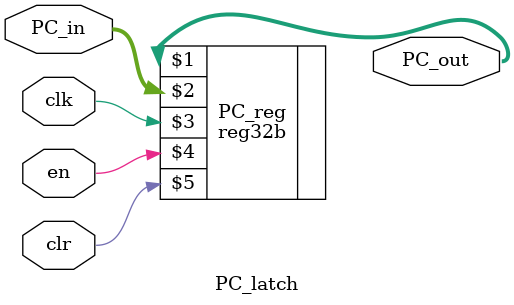
<source format=v>
module PC_latch(PC_out,
                PC_in,
                clk, en, clr);
    input [31:0] PC_in;
    input clk, en, clr;
    
    output [31:0] PC_out;

    // 32-bit register for PC
    reg32b PC_reg(PC_out, PC_in, clk, en, clr);
endmodule
</source>
